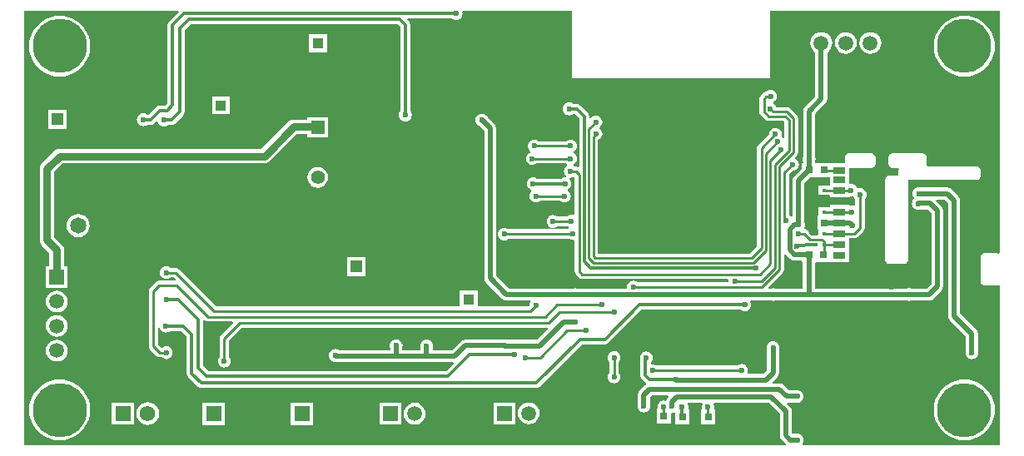
<source format=gbr>
%TF.GenerationSoftware,Altium Limited,Altium Designer,23.4.1 (23)*%
G04 Layer_Physical_Order=2*
G04 Layer_Color=16711680*
%FSLAX45Y45*%
%MOMM*%
%TF.SameCoordinates,D6ADF24A-3376-43E2-8D1E-8FFFCD63A60F*%
%TF.FilePolarity,Positive*%
%TF.FileFunction,Copper,L2,Bot,Signal*%
%TF.Part,Single*%
G01*
G75*
%TA.AperFunction,SMDPad,CuDef*%
%ADD25R,0.75000X0.80000*%
%ADD33R,0.80000X0.75000*%
%TA.AperFunction,Conductor*%
%ADD37C,0.25000*%
%ADD38C,0.25400*%
%ADD39C,0.30000*%
%ADD40C,0.50000*%
%TA.AperFunction,ComponentPad*%
%ADD46C,1.50800*%
%ADD47R,1.50800X1.50800*%
%ADD48R,1.20000X1.20000*%
%ADD49C,1.20000*%
%ADD50C,1.10000*%
%ADD51R,1.10000X1.10000*%
%ADD52C,0.60000*%
%ADD53R,1.65000X1.65000*%
%ADD54C,1.65000*%
%ADD55C,1.40000*%
%ADD56R,1.40000X1.40000*%
%ADD57R,1.57500X1.57500*%
%ADD58C,1.57500*%
%ADD59R,1.50800X1.50800*%
%TA.AperFunction,ViaPad*%
%ADD60C,5.50000*%
%ADD61C,0.60000*%
%TA.AperFunction,SMDPad,CuDef*%
%ADD62R,0.40000X0.30000*%
%ADD63R,2.80000X1.00000*%
%ADD64R,1.90000X1.30000*%
%ADD65R,1.20000X1.00000*%
%ADD66R,1.20000X0.70000*%
%ADD67R,0.80000X1.00000*%
%TA.AperFunction,Conductor*%
%ADD68C,0.80000*%
G36*
X9959216Y1998558D02*
X9946516Y1991483D01*
X9935949Y1993585D01*
X9800949D01*
X9787293Y1990869D01*
X9775715Y1983133D01*
X9767980Y1971556D01*
X9765263Y1957899D01*
Y1703099D01*
X9767980Y1689443D01*
X9775715Y1677866D01*
X9787293Y1670130D01*
X9800949Y1667414D01*
X9935949D01*
X9946516Y1669516D01*
X9959216Y1662441D01*
Y40783D01*
X7957104D01*
X7950841Y53483D01*
X7956777Y61219D01*
X7963326Y77031D01*
X7965560Y94000D01*
X7963326Y110968D01*
X7956777Y126780D01*
X7946358Y140358D01*
X7932780Y150777D01*
X7916968Y157326D01*
X7900000Y159560D01*
X7883031Y157326D01*
X7877837Y155175D01*
X7856340D01*
X7846175Y165340D01*
Y384001D01*
X7841519Y407411D01*
X7828258Y427258D01*
X7793391Y462124D01*
X7798652Y474824D01*
X7877838D01*
X7883031Y472673D01*
X7900000Y470439D01*
X7916968Y472673D01*
X7932780Y479223D01*
X7946358Y489641D01*
X7956777Y503219D01*
X7963327Y519031D01*
X7965561Y536000D01*
X7963327Y552968D01*
X7956777Y568780D01*
X7946358Y582358D01*
X7932780Y592777D01*
X7916968Y599326D01*
X7900000Y601560D01*
X7883031Y599326D01*
X7877838Y597175D01*
X7817340D01*
X7764257Y650258D01*
X7744411Y663519D01*
X7721000Y668175D01*
X7653284D01*
X7648424Y679909D01*
X7698257Y729742D01*
X7711519Y749589D01*
X7716175Y773000D01*
Y1012838D01*
X7718327Y1018031D01*
X7720561Y1035000D01*
X7718327Y1051968D01*
X7711777Y1067780D01*
X7701358Y1081358D01*
X7687780Y1091777D01*
X7671968Y1098327D01*
X7655000Y1100561D01*
X7638031Y1098327D01*
X7622220Y1091777D01*
X7608642Y1081358D01*
X7598223Y1067780D01*
X7591673Y1051968D01*
X7589439Y1035000D01*
X7591673Y1018031D01*
X7593825Y1012838D01*
Y798340D01*
X7560661Y765176D01*
X7403263D01*
X7394777Y777876D01*
X7397327Y784031D01*
X7399561Y801000D01*
X7397327Y817968D01*
X7390777Y833780D01*
X7380358Y847358D01*
X7366781Y857777D01*
X7350969Y864327D01*
X7334000Y866561D01*
X7317032Y864327D01*
X7301220Y857777D01*
X7290342Y849430D01*
X6469355D01*
X6459781Y856777D01*
X6443969Y863327D01*
X6427000Y865561D01*
X6419680Y864597D01*
X6414882Y868570D01*
X6412358Y882642D01*
X6422777Y896220D01*
X6429327Y912031D01*
X6431561Y929000D01*
X6429327Y945968D01*
X6422777Y961780D01*
X6412358Y975358D01*
X6398780Y985777D01*
X6382968Y992327D01*
X6366000Y994561D01*
X6349031Y992327D01*
X6333219Y985777D01*
X6319642Y975358D01*
X6309223Y961780D01*
X6302673Y945968D01*
X6300439Y929000D01*
X6302673Y912031D01*
X6305020Y906365D01*
Y749000D01*
X6308901Y729491D01*
X6319952Y712952D01*
X6361512Y671392D01*
X6363081Y661131D01*
Y657166D01*
X6352742Y650258D01*
X6297743Y595258D01*
X6284481Y575411D01*
X6279825Y552000D01*
Y461162D01*
X6277673Y455968D01*
X6275439Y439000D01*
X6277673Y422031D01*
X6284223Y406220D01*
X6294642Y392642D01*
X6308220Y382223D01*
X6324032Y375673D01*
X6341000Y373439D01*
X6357968Y375673D01*
X6373780Y382223D01*
X6387358Y392642D01*
X6397777Y406220D01*
X6404327Y422031D01*
X6406561Y439000D01*
X6404327Y455968D01*
X6402175Y461162D01*
Y526661D01*
X6421339Y545825D01*
X6586716D01*
X6591577Y534091D01*
X6583656Y526170D01*
X6570394Y506324D01*
X6568676Y497688D01*
X6559969Y493034D01*
X6543001Y495267D01*
X6526032Y493034D01*
X6510220Y486484D01*
X6496642Y476065D01*
X6486224Y462487D01*
X6479674Y446675D01*
X6477440Y429707D01*
X6478626Y420700D01*
X6470500Y408000D01*
X6470500D01*
Y258000D01*
X6615500D01*
Y363108D01*
X6625000Y371439D01*
X6641968Y373673D01*
X6646800Y375675D01*
X6659500Y367189D01*
Y254000D01*
X6804500D01*
Y404000D01*
X6801985D01*
X6793112Y416700D01*
X6794561Y427706D01*
X6792327Y444675D01*
X6786342Y459125D01*
X6790031Y469113D01*
X6791368Y471825D01*
X6932100D01*
X6937718Y460434D01*
X6936224Y458487D01*
X6929674Y442675D01*
X6927440Y425707D01*
X6928889Y414700D01*
X6921500Y402000D01*
X6921500D01*
Y252000D01*
X7066500D01*
Y402000D01*
X7065986D01*
X7057112Y414700D01*
X7058561Y425707D01*
X7056328Y442675D01*
X7049778Y458487D01*
X7048284Y460434D01*
X7053901Y471825D01*
X7610661D01*
X7723825Y358661D01*
Y140000D01*
X7728481Y116589D01*
X7741742Y96743D01*
X7785002Y53483D01*
X7781125Y40783D01*
X40784D01*
Y4459216D01*
X1604527D01*
X1609387Y4447483D01*
X1511534Y4349630D01*
X1500483Y4333091D01*
X1496603Y4313582D01*
Y3522699D01*
X1471884Y3497980D01*
X1420000D01*
X1400491Y3494099D01*
X1383952Y3483048D01*
X1302884Y3401980D01*
X1290336D01*
X1282781Y3407777D01*
X1266969Y3414327D01*
X1250000Y3416561D01*
X1233032Y3414327D01*
X1217220Y3407777D01*
X1203642Y3397358D01*
X1193223Y3383780D01*
X1186673Y3367969D01*
X1184439Y3351000D01*
X1186673Y3334032D01*
X1193223Y3318220D01*
X1203642Y3304642D01*
X1217220Y3294223D01*
X1233032Y3287673D01*
X1250000Y3285439D01*
X1266969Y3287673D01*
X1282781Y3294223D01*
X1290336Y3300021D01*
X1324000D01*
X1343509Y3303901D01*
X1360048Y3314952D01*
X1382080Y3336984D01*
X1395489Y3332433D01*
X1395673Y3331032D01*
X1402223Y3315220D01*
X1412642Y3301642D01*
X1426220Y3291223D01*
X1442032Y3284673D01*
X1459000Y3282439D01*
X1475969Y3284673D01*
X1491780Y3291223D01*
X1499336Y3297021D01*
X1537000D01*
X1556509Y3300901D01*
X1573048Y3311952D01*
X1657048Y3395952D01*
X1668099Y3412491D01*
X1671980Y3432000D01*
Y4262884D01*
X1735116Y4326021D01*
X3836883D01*
X3864020Y4298883D01*
Y3440336D01*
X3858223Y3432781D01*
X3851673Y3416969D01*
X3849439Y3400000D01*
X3851673Y3383032D01*
X3858223Y3367220D01*
X3868641Y3353642D01*
X3882220Y3343223D01*
X3898031Y3336673D01*
X3915000Y3334439D01*
X3931968Y3336673D01*
X3947780Y3343223D01*
X3961358Y3353642D01*
X3971777Y3367220D01*
X3978327Y3383032D01*
X3980560Y3400000D01*
X3978327Y3416969D01*
X3971777Y3432781D01*
X3965979Y3440336D01*
Y4320000D01*
X3962099Y4339509D01*
X3951048Y4356048D01*
X3935809Y4371287D01*
X3940669Y4383020D01*
X4390664D01*
X4398220Y4377223D01*
X4414031Y4370673D01*
X4431000Y4368439D01*
X4447968Y4370673D01*
X4463780Y4377223D01*
X4477358Y4387642D01*
X4487777Y4401220D01*
X4494327Y4417032D01*
X4496560Y4434000D01*
X4494913Y4446516D01*
X4503113Y4459216D01*
X5611000D01*
X5611000Y3770314D01*
X7621001Y3770315D01*
Y4459216D01*
X9959216D01*
Y1998558D01*
D02*
G37*
%LPC*%
G36*
X3118000Y4220000D02*
X2938000D01*
Y4040000D01*
X3118000D01*
Y4220000D01*
D02*
G37*
G36*
X8644000Y4243353D02*
X8615180Y4239558D01*
X8588324Y4228434D01*
X8565262Y4210738D01*
X8547566Y4187676D01*
X8536442Y4160820D01*
X8532648Y4132000D01*
X8536442Y4103180D01*
X8547566Y4076324D01*
X8565262Y4053262D01*
X8588324Y4035566D01*
X8615180Y4024442D01*
X8644000Y4020648D01*
X8672820Y4024442D01*
X8699677Y4035566D01*
X8722738Y4053262D01*
X8740434Y4076324D01*
X8751559Y4103180D01*
X8755353Y4132000D01*
X8751559Y4160820D01*
X8740434Y4187676D01*
X8722738Y4210738D01*
X8699677Y4228434D01*
X8672820Y4239558D01*
X8644000Y4243353D01*
D02*
G37*
G36*
X8394000D02*
X8365180Y4239558D01*
X8338323Y4228434D01*
X8315261Y4210738D01*
X8297566Y4187676D01*
X8286441Y4160820D01*
X8282647Y4132000D01*
X8286441Y4103180D01*
X8297566Y4076324D01*
X8315261Y4053262D01*
X8338323Y4035566D01*
X8365180Y4024442D01*
X8394000Y4020648D01*
X8422820Y4024442D01*
X8449676Y4035566D01*
X8472738Y4053262D01*
X8490434Y4076324D01*
X8501558Y4103180D01*
X8505352Y4132000D01*
X8501558Y4160820D01*
X8490434Y4187676D01*
X8472738Y4210738D01*
X8449676Y4228434D01*
X8422820Y4239558D01*
X8394000Y4243353D01*
D02*
G37*
G36*
X9600000Y4410958D02*
X9551355Y4407130D01*
X9503908Y4395739D01*
X9458828Y4377066D01*
X9417223Y4351571D01*
X9380119Y4319881D01*
X9348429Y4282777D01*
X9322934Y4241172D01*
X9304261Y4196091D01*
X9292870Y4148644D01*
X9289041Y4100000D01*
X9292870Y4051355D01*
X9304261Y4003908D01*
X9322934Y3958828D01*
X9348429Y3917223D01*
X9380119Y3880119D01*
X9417223Y3848429D01*
X9458828Y3822934D01*
X9503908Y3804261D01*
X9551355Y3792870D01*
X9600000Y3789041D01*
X9648644Y3792870D01*
X9696091Y3804261D01*
X9741172Y3822934D01*
X9782777Y3848429D01*
X9819881Y3880119D01*
X9851571Y3917223D01*
X9877066Y3958828D01*
X9895739Y4003908D01*
X9907130Y4051355D01*
X9910958Y4100000D01*
X9907130Y4148644D01*
X9895739Y4196091D01*
X9877066Y4241172D01*
X9851571Y4282777D01*
X9819881Y4319881D01*
X9782777Y4351571D01*
X9741172Y4377066D01*
X9696091Y4395739D01*
X9648644Y4407130D01*
X9600000Y4410958D01*
D02*
G37*
G36*
X400000D02*
X351355Y4407130D01*
X303908Y4395739D01*
X258828Y4377066D01*
X217223Y4351571D01*
X180119Y4319881D01*
X148429Y4282777D01*
X122934Y4241172D01*
X104261Y4196091D01*
X92870Y4148644D01*
X89041Y4100000D01*
X92870Y4051355D01*
X104261Y4003908D01*
X122934Y3958828D01*
X148429Y3917223D01*
X180119Y3880119D01*
X217223Y3848429D01*
X258828Y3822934D01*
X303908Y3804261D01*
X351355Y3792870D01*
X400000Y3789041D01*
X448645Y3792870D01*
X496091Y3804261D01*
X541172Y3822934D01*
X582777Y3848429D01*
X619881Y3880119D01*
X651571Y3917223D01*
X677066Y3958828D01*
X695739Y4003908D01*
X707130Y4051355D01*
X710958Y4100000D01*
X707130Y4148644D01*
X695739Y4196091D01*
X677066Y4241172D01*
X651571Y4282777D01*
X619881Y4319881D01*
X582777Y4351571D01*
X541172Y4377066D01*
X496091Y4395739D01*
X448645Y4407130D01*
X400000Y4410958D01*
D02*
G37*
G36*
X2129000Y3587000D02*
X1949000D01*
Y3407000D01*
X2129000D01*
Y3587000D01*
D02*
G37*
G36*
X3129000Y3379000D02*
X2919000D01*
Y3354647D01*
X2779002D01*
X2779000Y3354647D01*
X2759421Y3352069D01*
X2741176Y3344512D01*
X2725509Y3332491D01*
X2725509Y3332490D01*
X2450666Y3057647D01*
X399002D01*
X399000Y3057647D01*
X379421Y3055069D01*
X361177Y3047512D01*
X345509Y3035490D01*
X345509Y3035489D01*
X217509Y2907491D01*
X205488Y2891824D01*
X197931Y2873579D01*
X195353Y2854000D01*
Y2129000D01*
X197931Y2109421D01*
X205488Y2091176D01*
X217509Y2075509D01*
X294353Y1998666D01*
Y1863400D01*
X259600D01*
Y1642600D01*
X480400D01*
Y1863400D01*
X445647D01*
Y2030000D01*
X443069Y2049579D01*
X435512Y2067824D01*
X423490Y2083491D01*
X346647Y2160334D01*
Y2822666D01*
X430334Y2906353D01*
X2482000D01*
X2501579Y2908930D01*
X2519824Y2916488D01*
X2535490Y2928509D01*
X2810334Y3203353D01*
X2919000D01*
Y3169000D01*
X3129000D01*
Y3379000D01*
D02*
G37*
G36*
X472000Y3451000D02*
X282000D01*
Y3261001D01*
X472000D01*
Y3451000D01*
D02*
G37*
G36*
X3024000Y2871906D02*
X2996590Y2868297D01*
X2971047Y2857717D01*
X2949113Y2840887D01*
X2932283Y2818953D01*
X2921703Y2793410D01*
X2918094Y2766000D01*
X2921703Y2738590D01*
X2932283Y2713047D01*
X2949113Y2691113D01*
X2971047Y2674283D01*
X2996590Y2663703D01*
X3024000Y2660094D01*
X3051410Y2663703D01*
X3076953Y2674283D01*
X3098887Y2691113D01*
X3115717Y2713047D01*
X3126297Y2738590D01*
X3129906Y2766000D01*
X3126297Y2793410D01*
X3115717Y2818953D01*
X3098887Y2840887D01*
X3076953Y2857717D01*
X3051410Y2868297D01*
X3024000Y2871906D01*
D02*
G37*
G36*
X8144000Y4243353D02*
X8115180Y4239558D01*
X8088324Y4228434D01*
X8065262Y4210738D01*
X8047566Y4187676D01*
X8036442Y4160820D01*
X8032647Y4132000D01*
X8036442Y4103180D01*
X8047566Y4076324D01*
X8065262Y4053262D01*
X8082825Y4039786D01*
Y3585340D01*
X8000414Y3502928D01*
X7995220Y3500777D01*
X7981642Y3490358D01*
X7971223Y3476780D01*
X7964673Y3460968D01*
X7962439Y3444000D01*
X7962486Y3443646D01*
X7960825Y3435294D01*
Y2973162D01*
X7958673Y2967968D01*
X7956439Y2951000D01*
X7958673Y2934031D01*
X7959825Y2931252D01*
Y2911500D01*
X7946000D01*
Y2853016D01*
X7869786Y2776801D01*
X7856525Y2756955D01*
X7851868Y2733544D01*
Y2368527D01*
X7839168Y2364216D01*
X7833687Y2371358D01*
X7820110Y2381777D01*
X7819634Y2381974D01*
Y2793855D01*
X7856707Y2830927D01*
X7869969Y2832673D01*
X7885780Y2839223D01*
X7899358Y2849642D01*
X7909777Y2863220D01*
X7916327Y2879032D01*
X7918561Y2896000D01*
X7916327Y2912969D01*
X7909777Y2928781D01*
X7899358Y2942358D01*
X7885780Y2952777D01*
X7881203Y2954673D01*
X7878223Y2969654D01*
X7895246Y2986677D01*
X7905744Y3002389D01*
X7909430Y3020922D01*
Y3367000D01*
X7905744Y3385534D01*
X7895246Y3401246D01*
X7830625Y3465867D01*
X7814913Y3476365D01*
X7796379Y3480051D01*
X7687022D01*
X7680586Y3495589D01*
X7670167Y3509167D01*
X7658597Y3518046D01*
X7658071Y3526087D01*
X7659452Y3532147D01*
X7661589Y3533032D01*
X7675167Y3543451D01*
X7685586Y3557029D01*
X7692136Y3572840D01*
X7694370Y3589809D01*
X7692136Y3606777D01*
X7685586Y3622589D01*
X7675167Y3636167D01*
X7661589Y3646586D01*
X7645777Y3653136D01*
X7628809Y3655370D01*
X7611841Y3653136D01*
X7596029Y3646586D01*
X7582451Y3636167D01*
X7581745Y3635247D01*
X7567046Y3632323D01*
X7551334Y3621825D01*
X7527064Y3597555D01*
X7516566Y3581843D01*
X7512880Y3563310D01*
Y3436921D01*
X7516566Y3418387D01*
X7527064Y3402675D01*
X7577364Y3352376D01*
X7593076Y3341877D01*
X7611610Y3338191D01*
X7757318D01*
X7767570Y3327940D01*
Y3167881D01*
X7754870Y3163570D01*
X7747358Y3173358D01*
X7737725Y3180751D01*
X7740327Y3187031D01*
X7742561Y3204000D01*
X7740327Y3220968D01*
X7733777Y3236780D01*
X7723358Y3250358D01*
X7709780Y3260777D01*
X7693968Y3267327D01*
X7677000Y3269561D01*
X7660031Y3267327D01*
X7644220Y3260777D01*
X7630642Y3250358D01*
X7620223Y3236780D01*
X7613673Y3220968D01*
X7611883Y3207374D01*
X7501954Y3097445D01*
X7491456Y3081733D01*
X7487769Y3063200D01*
Y2064261D01*
X7414539Y1991031D01*
X5874330D01*
Y3147480D01*
X5885780Y3152223D01*
X5899358Y3162642D01*
X5909777Y3176220D01*
X5916327Y3192031D01*
X5918561Y3209000D01*
X5916327Y3225968D01*
X5909777Y3241780D01*
X5899358Y3255358D01*
X5891522Y3261371D01*
X5891287Y3261815D01*
Y3276185D01*
X5891522Y3276629D01*
X5899358Y3282642D01*
X5909777Y3296219D01*
X5916327Y3312031D01*
X5918561Y3329000D01*
X5916327Y3345968D01*
X5909777Y3361780D01*
X5899358Y3375358D01*
X5885780Y3385777D01*
X5869968Y3392327D01*
X5853000Y3394561D01*
X5836032Y3392327D01*
X5820220Y3385777D01*
X5806642Y3375358D01*
X5796680Y3362376D01*
X5795383Y3362278D01*
X5783980Y3367147D01*
Y3387807D01*
X5780099Y3407316D01*
X5769048Y3423855D01*
X5694474Y3498428D01*
X5677935Y3509479D01*
X5658426Y3513360D01*
X5621336D01*
X5613780Y3519158D01*
X5597968Y3525707D01*
X5581000Y3527941D01*
X5564032Y3525707D01*
X5548220Y3519158D01*
X5534642Y3508739D01*
X5524223Y3495161D01*
X5517673Y3479349D01*
X5515439Y3462380D01*
X5517673Y3445412D01*
X5524223Y3429600D01*
X5534642Y3416022D01*
X5548220Y3405603D01*
X5564032Y3399054D01*
X5581000Y3396820D01*
X5597968Y3399054D01*
X5613780Y3405603D01*
X5621336Y3411401D01*
X5637310D01*
X5682020Y3366690D01*
Y2875776D01*
X5670820Y2869789D01*
X5667612Y2871932D01*
X5649000Y2875635D01*
X5648999Y2875634D01*
X5636392D01*
X5625780Y2883777D01*
X5623729Y2884627D01*
Y2898373D01*
X5625780Y2899223D01*
X5639358Y2909642D01*
X5649777Y2923219D01*
X5656327Y2939031D01*
X5658561Y2956000D01*
X5656327Y2972968D01*
X5649777Y2988780D01*
X5639358Y3002358D01*
X5625780Y3012777D01*
X5625229Y3013005D01*
Y3026752D01*
X5628780Y3028223D01*
X5642358Y3038642D01*
X5652777Y3052219D01*
X5659327Y3068031D01*
X5661561Y3085000D01*
X5659327Y3101968D01*
X5652777Y3117780D01*
X5642358Y3131358D01*
X5628780Y3141777D01*
X5612968Y3148327D01*
X5596000Y3150561D01*
X5579032Y3148327D01*
X5563220Y3141777D01*
X5552608Y3133634D01*
X5270392D01*
X5259780Y3141777D01*
X5243968Y3148327D01*
X5227000Y3150561D01*
X5210031Y3148327D01*
X5194219Y3141777D01*
X5180642Y3131358D01*
X5170223Y3117780D01*
X5163673Y3101968D01*
X5161439Y3085000D01*
X5163673Y3068031D01*
X5170223Y3052219D01*
X5180642Y3038642D01*
X5189253Y3032034D01*
X5189531Y3027487D01*
X5186911Y3018034D01*
X5174220Y3012777D01*
X5160642Y3002358D01*
X5150223Y2988780D01*
X5143673Y2972968D01*
X5141439Y2956000D01*
X5143673Y2939031D01*
X5150223Y2923219D01*
X5160642Y2909642D01*
X5174220Y2899223D01*
X5190032Y2892673D01*
X5207000Y2890439D01*
X5223968Y2892673D01*
X5239780Y2899223D01*
X5250392Y2907366D01*
X5549608D01*
X5560220Y2899223D01*
X5562271Y2898373D01*
Y2884627D01*
X5560220Y2883777D01*
X5546642Y2873358D01*
X5536223Y2859780D01*
X5529673Y2843968D01*
X5527439Y2827000D01*
X5529673Y2810031D01*
X5536223Y2794219D01*
X5546642Y2780642D01*
X5550692Y2777533D01*
X5545661Y2765386D01*
X5538191Y2766370D01*
X5521223Y2764136D01*
X5505411Y2757586D01*
X5497855Y2751789D01*
X5255336D01*
X5247780Y2757586D01*
X5231968Y2764136D01*
X5215000Y2766370D01*
X5198032Y2764136D01*
X5182220Y2757586D01*
X5168642Y2747167D01*
X5158223Y2733589D01*
X5151673Y2717777D01*
X5149439Y2700809D01*
X5151673Y2683840D01*
X5158223Y2668029D01*
X5168642Y2654451D01*
X5182220Y2644032D01*
X5196902Y2637950D01*
X5198631Y2633698D01*
X5200105Y2624399D01*
X5196142Y2621358D01*
X5185723Y2607780D01*
X5179173Y2591968D01*
X5176939Y2575000D01*
X5179173Y2558031D01*
X5185723Y2542219D01*
X5196142Y2528642D01*
X5209720Y2518223D01*
X5225532Y2511673D01*
X5242500Y2509439D01*
X5259469Y2511673D01*
X5275281Y2518223D01*
X5284855Y2525569D01*
X5488342D01*
X5499220Y2517223D01*
X5515032Y2510673D01*
X5532000Y2508439D01*
X5548969Y2510673D01*
X5564781Y2517223D01*
X5578358Y2527642D01*
X5588777Y2541220D01*
X5595327Y2557031D01*
X5597561Y2574000D01*
X5595327Y2590968D01*
X5588777Y2606780D01*
X5578358Y2620358D01*
X5567367Y2628792D01*
X5567051Y2638297D01*
X5568470Y2642995D01*
X5570972Y2644032D01*
X5584549Y2654451D01*
X5594968Y2668029D01*
X5601518Y2683840D01*
X5603752Y2700809D01*
X5601518Y2717777D01*
X5594968Y2733589D01*
X5584549Y2747167D01*
X5580499Y2750275D01*
X5585531Y2762423D01*
X5593000Y2761439D01*
X5609968Y2763673D01*
X5622665Y2768933D01*
X5631730Y2764851D01*
X5635366Y2761570D01*
Y2389016D01*
X5624806Y2381960D01*
X5621968Y2383136D01*
X5605000Y2385370D01*
X5588031Y2383136D01*
X5572220Y2376586D01*
X5558642Y2366167D01*
X5558076Y2365430D01*
X5461158D01*
X5450280Y2373777D01*
X5434468Y2380327D01*
X5417500Y2382561D01*
X5400531Y2380327D01*
X5384719Y2373777D01*
X5371142Y2363358D01*
X5360723Y2349780D01*
X5354173Y2333968D01*
X5351939Y2317000D01*
X5354173Y2300031D01*
X5360723Y2284219D01*
X5371142Y2270642D01*
X5384719Y2260223D01*
X5400531Y2253673D01*
X5417500Y2251439D01*
X5434468Y2253673D01*
X5450280Y2260223D01*
X5461158Y2268570D01*
X5565003D01*
X5572220Y2263032D01*
X5578344Y2260495D01*
X5578806Y2259609D01*
X5579634Y2246214D01*
X5570451Y2239167D01*
X5569969Y2238539D01*
X4959607D01*
X4952780Y2243777D01*
X4936969Y2250327D01*
X4920000Y2252561D01*
X4903032Y2250327D01*
X4887220Y2243777D01*
X4873642Y2233358D01*
X4863223Y2219780D01*
X4856673Y2203968D01*
X4854439Y2187000D01*
X4856673Y2170031D01*
X4863223Y2154220D01*
X4873642Y2140642D01*
X4887220Y2130223D01*
X4903032Y2123673D01*
X4920000Y2121439D01*
X4936969Y2123673D01*
X4952780Y2130223D01*
X4966358Y2140642D01*
X4966840Y2141270D01*
X5577202D01*
X5584029Y2136032D01*
X5599840Y2129482D01*
X5616809Y2127248D01*
X5622665Y2128019D01*
X5635366Y2116881D01*
Y1809001D01*
X5635365Y1809000D01*
X5639068Y1790388D01*
X5649610Y1774610D01*
X5678911Y1745309D01*
X5678912Y1745309D01*
X5694690Y1734766D01*
X5713302Y1731064D01*
X5713303Y1731064D01*
X7193912D01*
X7204409Y1718364D01*
X7203439Y1711000D01*
X7204034Y1706479D01*
X7195661Y1696930D01*
X6278298D01*
X6266769Y1705777D01*
X6250957Y1712327D01*
X6233989Y1714561D01*
X6217020Y1712327D01*
X6201209Y1705777D01*
X6187630Y1695358D01*
X6177212Y1681780D01*
X6170662Y1665968D01*
X6168428Y1649000D01*
X6169202Y1643121D01*
X6160828Y1633572D01*
X5663204D01*
X5658968Y1635327D01*
X5642000Y1637561D01*
X5625031Y1635327D01*
X5619838Y1633175D01*
X4969340D01*
X4839175Y1763340D01*
Y3264000D01*
X4834519Y3287411D01*
X4821257Y3307257D01*
X4752928Y3375586D01*
X4750777Y3380780D01*
X4740358Y3394358D01*
X4726780Y3404777D01*
X4710968Y3411327D01*
X4694000Y3413561D01*
X4677031Y3411327D01*
X4661219Y3404777D01*
X4647641Y3394358D01*
X4637223Y3380780D01*
X4630673Y3364968D01*
X4628439Y3348000D01*
X4630673Y3331031D01*
X4637223Y3315220D01*
X4647641Y3301642D01*
X4661219Y3291223D01*
X4666414Y3289071D01*
X4716824Y3238660D01*
Y1738000D01*
X4721481Y1714589D01*
X4734742Y1694743D01*
X4900743Y1528742D01*
X4920589Y1515481D01*
X4944000Y1510825D01*
X5183561D01*
X5189824Y1498125D01*
X5185723Y1492780D01*
X5179173Y1476968D01*
X5177308Y1462799D01*
X5167939Y1453430D01*
X4649999D01*
Y1613000D01*
X4470000D01*
Y1453430D01*
X1992061D01*
X1615245Y1830246D01*
X1599533Y1840744D01*
X1581000Y1844431D01*
X1527658D01*
X1516780Y1852777D01*
X1500968Y1859327D01*
X1484000Y1861561D01*
X1467031Y1859327D01*
X1451220Y1852777D01*
X1437642Y1842359D01*
X1427223Y1828781D01*
X1420673Y1812969D01*
X1418439Y1796000D01*
X1420673Y1779032D01*
X1427223Y1763220D01*
X1437642Y1749642D01*
X1451220Y1739223D01*
X1467031Y1732673D01*
X1484000Y1730440D01*
X1500968Y1732673D01*
X1516780Y1739223D01*
X1527658Y1747570D01*
X1560939D01*
X1580378Y1728130D01*
X1575118Y1715430D01*
X1411799D01*
X1393265Y1711744D01*
X1377553Y1701246D01*
X1319755Y1643447D01*
X1309256Y1627735D01*
X1305570Y1609201D01*
Y1047315D01*
X1309256Y1028781D01*
X1319755Y1013069D01*
X1385069Y947755D01*
X1385069Y947755D01*
X1400781Y937256D01*
X1419315Y933569D01*
X1419316Y933570D01*
X1440342D01*
X1451220Y925223D01*
X1467032Y918673D01*
X1484000Y916439D01*
X1500969Y918673D01*
X1516781Y925223D01*
X1530358Y935642D01*
X1540777Y949220D01*
X1547327Y965032D01*
X1549561Y982000D01*
X1547327Y998969D01*
X1540777Y1014780D01*
X1530358Y1028358D01*
X1516781Y1038777D01*
X1500969Y1045327D01*
X1484000Y1047561D01*
X1467032Y1045327D01*
X1451220Y1038777D01*
X1440342Y1030431D01*
X1439375D01*
X1402431Y1067375D01*
Y1231771D01*
X1414674Y1234032D01*
X1421223Y1218220D01*
X1431642Y1204642D01*
X1445220Y1194223D01*
X1461032Y1187674D01*
X1478000Y1185440D01*
X1494969Y1187674D01*
X1510781Y1194223D01*
X1518336Y1200021D01*
X1636883D01*
X1690020Y1146883D01*
Y772000D01*
X1693901Y752491D01*
X1704952Y735952D01*
X1804952Y635952D01*
X1821491Y624901D01*
X1841000Y621020D01*
X5245000D01*
X5264509Y624901D01*
X5281048Y635952D01*
X5711117Y1066020D01*
X5944000D01*
X5963509Y1069901D01*
X5980048Y1080952D01*
X6316117Y1417021D01*
X7326664D01*
X7334220Y1411223D01*
X7350032Y1404673D01*
X7367000Y1402439D01*
X7383968Y1404673D01*
X7399780Y1411223D01*
X7413358Y1421642D01*
X7423777Y1435220D01*
X7430327Y1451032D01*
X7432561Y1468000D01*
X7430327Y1484969D01*
X7424713Y1498522D01*
X7429930Y1511222D01*
X7635296D01*
X7639532Y1509467D01*
X7656500Y1507233D01*
X7673469Y1509467D01*
X7676745Y1510825D01*
X9022250D01*
X9025031Y1509673D01*
X9041999Y1507439D01*
X9058968Y1509673D01*
X9061749Y1510825D01*
X9241500D01*
X9264911Y1515481D01*
X9284757Y1528742D01*
X9367757Y1611742D01*
X9381019Y1631589D01*
X9385675Y1655000D01*
Y2430500D01*
X9381019Y2453911D01*
X9367757Y2473758D01*
X9313424Y2528091D01*
X9318284Y2539824D01*
X9400661D01*
X9433825Y2506660D01*
Y1355000D01*
X9438481Y1331589D01*
X9451743Y1311743D01*
X9616125Y1147360D01*
Y1003662D01*
X9613973Y998469D01*
X9611739Y981500D01*
X9613973Y964532D01*
X9620523Y948720D01*
X9630942Y935142D01*
X9644520Y924723D01*
X9660332Y918173D01*
X9677300Y915939D01*
X9694269Y918173D01*
X9710080Y924723D01*
X9723658Y935142D01*
X9734077Y948720D01*
X9740627Y964532D01*
X9742861Y981500D01*
X9740627Y998469D01*
X9738476Y1003662D01*
Y1172700D01*
X9733819Y1196111D01*
X9720558Y1215957D01*
X9556175Y1380340D01*
Y2532000D01*
X9551519Y2555411D01*
X9538258Y2575258D01*
X9469258Y2644257D01*
X9449411Y2657519D01*
X9426000Y2662175D01*
X9158162D01*
X9152968Y2664327D01*
X9136000Y2666561D01*
X9119032Y2664327D01*
X9103220Y2657777D01*
X9089642Y2647358D01*
X9079223Y2633780D01*
X9072673Y2617968D01*
X9070439Y2601000D01*
X9072673Y2584031D01*
X9079223Y2568219D01*
X9089642Y2554642D01*
X9083759Y2543147D01*
X9075424Y2532284D01*
X9068874Y2516472D01*
X9066640Y2499504D01*
X9068874Y2482536D01*
X9075424Y2466724D01*
X9085843Y2453146D01*
X9099421Y2442727D01*
X9115233Y2436177D01*
X9132201Y2433943D01*
X9149170Y2436177D01*
X9157975Y2439825D01*
X9228660D01*
X9263324Y2405161D01*
Y1680340D01*
X9216160Y1633175D01*
X9066574D01*
X9058968Y1636326D01*
X9041999Y1638560D01*
X9025031Y1636326D01*
X9017424Y1633175D01*
X8081175D01*
Y1894520D01*
X8090156Y1903500D01*
X8094999D01*
Y1903500D01*
X8095001D01*
Y1903500D01*
X8235999D01*
Y1903050D01*
X8425999D01*
Y2013049D01*
Y2144415D01*
X8482048D01*
X8482049Y2144414D01*
X8500660Y2148117D01*
X8516439Y2158659D01*
X8574389Y2216610D01*
X8574390Y2216610D01*
X8584932Y2232388D01*
X8588634Y2251000D01*
Y2548911D01*
X8595777Y2558219D01*
X8602327Y2574031D01*
X8604561Y2591000D01*
X8602327Y2607968D01*
X8595777Y2623780D01*
X8585358Y2637358D01*
X8571780Y2647777D01*
X8555968Y2654327D01*
X8539000Y2656561D01*
X8522031Y2654327D01*
X8512256Y2650277D01*
X8509327Y2651969D01*
X8502777Y2667780D01*
X8492358Y2681358D01*
X8478780Y2691777D01*
X8462969Y2698327D01*
X8446000Y2700561D01*
X8438699Y2699600D01*
X8425999Y2710124D01*
Y2768049D01*
Y2862364D01*
X8661199D01*
X8674855Y2865080D01*
X8686433Y2872816D01*
X8694168Y2884393D01*
X8696885Y2898049D01*
Y2973199D01*
X8694168Y2986856D01*
X8686433Y2998433D01*
X8674855Y3006168D01*
X8661199Y3008885D01*
X8419899D01*
X8406243Y3006168D01*
X8394665Y2998433D01*
X8386930Y2986856D01*
X8384213Y2973199D01*
Y2908049D01*
X8246000D01*
Y2911500D01*
X8108700D01*
X8096001Y2911500D01*
Y2911501D01*
X8095999D01*
Y2911500D01*
X8082175D01*
Y2926424D01*
X8085327Y2934031D01*
X8087561Y2951000D01*
X8085327Y2967968D01*
X8083175Y2973162D01*
Y3409132D01*
X8084777Y3411219D01*
X8086929Y3416414D01*
X8187257Y3516742D01*
X8200519Y3536589D01*
X8205175Y3560000D01*
Y4039786D01*
X8222738Y4053262D01*
X8240434Y4076324D01*
X8251558Y4103180D01*
X8255353Y4132000D01*
X8251558Y4160820D01*
X8240434Y4187676D01*
X8222738Y4210738D01*
X8199676Y4228434D01*
X8172820Y4239558D01*
X8144000Y4243353D01*
D02*
G37*
G36*
X588000Y2392514D02*
X557326Y2388476D01*
X528743Y2376636D01*
X504198Y2357802D01*
X485364Y2333257D01*
X473524Y2304674D01*
X469486Y2274000D01*
X473524Y2243326D01*
X485364Y2214743D01*
X504198Y2190198D01*
X528743Y2171364D01*
X557326Y2159525D01*
X588000Y2155486D01*
X618673Y2159525D01*
X647257Y2171364D01*
X671802Y2190198D01*
X690636Y2214743D01*
X702475Y2243326D01*
X706514Y2274000D01*
X702475Y2304674D01*
X690636Y2333257D01*
X671802Y2357802D01*
X647257Y2376636D01*
X618673Y2388476D01*
X588000Y2392514D01*
D02*
G37*
G36*
X9181000Y3008885D02*
X8864399D01*
X8850743Y3006168D01*
X8839165Y2998433D01*
X8831430Y2986856D01*
X8828713Y2973199D01*
Y2898049D01*
X8831430Y2884393D01*
X8839165Y2872816D01*
X8850743Y2865080D01*
X8864399Y2862364D01*
X8923651D01*
X8932628Y2849663D01*
X8931332Y2843149D01*
Y2783435D01*
X8830999D01*
X8817343Y2780719D01*
X8805765Y2772983D01*
X8798030Y2761406D01*
X8795313Y2747749D01*
Y1923049D01*
X8798030Y1909393D01*
X8805765Y1897816D01*
X8817343Y1890080D01*
X8830999Y1887364D01*
X8990999D01*
X9004655Y1890080D01*
X9016233Y1897816D01*
X9023968Y1909393D01*
X9026685Y1923049D01*
Y2737464D01*
X9726980D01*
X9740636Y2740180D01*
X9752214Y2747916D01*
X9759949Y2759493D01*
X9762666Y2773149D01*
Y2843149D01*
X9759949Y2856806D01*
X9752214Y2868383D01*
X9740636Y2876118D01*
X9726980Y2878835D01*
X9224367D01*
X9215390Y2891535D01*
X9216686Y2898049D01*
Y2973199D01*
X9213969Y2986856D01*
X9206234Y2998433D01*
X9194656Y3006168D01*
X9181000Y3008885D01*
D02*
G37*
G36*
X3512000Y1952000D02*
X3322000D01*
Y1762000D01*
X3512000D01*
Y1952000D01*
D02*
G37*
G36*
X370000Y1614353D02*
X341180Y1610558D01*
X314323Y1599434D01*
X291262Y1581738D01*
X273566Y1558676D01*
X262441Y1531820D01*
X258647Y1503000D01*
X262441Y1474180D01*
X273566Y1447324D01*
X291262Y1424262D01*
X314323Y1406566D01*
X341180Y1395442D01*
X370000Y1391647D01*
X398820Y1395442D01*
X425676Y1406566D01*
X448738Y1424262D01*
X466434Y1447324D01*
X477558Y1474180D01*
X481352Y1503000D01*
X477558Y1531820D01*
X466434Y1558676D01*
X448738Y1581738D01*
X425676Y1599434D01*
X398820Y1610558D01*
X370000Y1614353D01*
D02*
G37*
G36*
Y1364353D02*
X341180Y1360558D01*
X314323Y1349434D01*
X291262Y1331738D01*
X273566Y1308676D01*
X262441Y1281820D01*
X258647Y1253000D01*
X262441Y1224180D01*
X273566Y1197324D01*
X291262Y1174262D01*
X314323Y1156566D01*
X341180Y1145442D01*
X370000Y1141647D01*
X398820Y1145442D01*
X425676Y1156566D01*
X448738Y1174262D01*
X466434Y1197324D01*
X477558Y1224180D01*
X481352Y1253000D01*
X477558Y1281820D01*
X466434Y1308676D01*
X448738Y1331738D01*
X425676Y1349434D01*
X398820Y1360558D01*
X370000Y1364353D01*
D02*
G37*
G36*
Y1114353D02*
X341180Y1110558D01*
X314323Y1099434D01*
X291262Y1081738D01*
X273566Y1058676D01*
X262441Y1031820D01*
X258647Y1003000D01*
X262441Y974180D01*
X273566Y947324D01*
X291262Y924262D01*
X314323Y906566D01*
X341180Y895442D01*
X370000Y891647D01*
X398820Y895442D01*
X425676Y906566D01*
X448738Y924262D01*
X466434Y947324D01*
X477558Y974180D01*
X481352Y1003000D01*
X477558Y1031820D01*
X466434Y1058676D01*
X448738Y1081738D01*
X425676Y1099434D01*
X398820Y1110558D01*
X370000Y1114353D01*
D02*
G37*
G36*
X6039000Y995561D02*
X6022032Y993327D01*
X6006220Y986777D01*
X5992642Y976358D01*
X5982223Y962780D01*
X5975673Y946968D01*
X5973439Y930000D01*
X5975673Y913031D01*
X5982223Y897219D01*
X5990570Y886342D01*
Y779658D01*
X5982223Y768780D01*
X5975673Y752969D01*
X5973439Y736000D01*
X5975673Y719032D01*
X5982223Y703220D01*
X5992642Y689642D01*
X6006220Y679223D01*
X6022032Y672673D01*
X6039000Y670439D01*
X6055969Y672673D01*
X6071780Y679223D01*
X6085358Y689642D01*
X6095777Y703220D01*
X6102327Y719032D01*
X6104561Y736000D01*
X6102327Y752969D01*
X6095777Y768780D01*
X6087431Y779658D01*
Y886342D01*
X6095777Y897219D01*
X6102327Y913031D01*
X6104561Y930000D01*
X6102327Y946968D01*
X6095777Y962780D01*
X6085358Y976358D01*
X6071780Y986777D01*
X6055969Y993327D01*
X6039000Y995561D01*
D02*
G37*
G36*
X5030400Y474400D02*
X4809600D01*
Y253600D01*
X5030400D01*
Y474400D01*
D02*
G37*
G36*
X5170000Y475353D02*
X5141180Y471558D01*
X5114324Y460434D01*
X5091262Y442738D01*
X5073566Y419676D01*
X5062442Y392820D01*
X5058647Y364000D01*
X5062442Y335180D01*
X5073566Y308324D01*
X5091262Y285262D01*
X5114324Y267566D01*
X5141180Y256442D01*
X5170000Y252647D01*
X5198820Y256442D01*
X5225676Y267566D01*
X5248738Y285262D01*
X5266434Y308324D01*
X5277558Y335180D01*
X5281353Y364000D01*
X5277558Y392820D01*
X5266434Y419676D01*
X5248738Y442738D01*
X5225676Y460434D01*
X5198820Y471558D01*
X5170000Y475353D01*
D02*
G37*
G36*
X3870400Y471400D02*
X3649600D01*
Y250600D01*
X3870400D01*
Y471400D01*
D02*
G37*
G36*
X4010000Y472353D02*
X3981180Y468558D01*
X3954324Y457434D01*
X3931262Y439738D01*
X3913566Y416676D01*
X3902442Y389820D01*
X3898648Y361000D01*
X3902442Y332180D01*
X3913566Y305324D01*
X3931262Y282262D01*
X3954324Y264566D01*
X3981180Y253442D01*
X4010000Y249647D01*
X4038820Y253442D01*
X4065676Y264566D01*
X4088738Y282262D01*
X4106434Y305324D01*
X4117558Y332180D01*
X4121353Y361000D01*
X4117558Y389820D01*
X4106434Y416676D01*
X4088738Y439738D01*
X4065676Y457434D01*
X4038820Y468558D01*
X4010000Y472353D01*
D02*
G37*
G36*
X1158750Y475750D02*
X931250D01*
Y248250D01*
X1158750D01*
Y475750D01*
D02*
G37*
G36*
X1295000Y476731D02*
X1265306Y472822D01*
X1237635Y461360D01*
X1213873Y443127D01*
X1195640Y419366D01*
X1184178Y391695D01*
X1180269Y362000D01*
X1184178Y332305D01*
X1195640Y304634D01*
X1213873Y280873D01*
X1237635Y262640D01*
X1265306Y251178D01*
X1295000Y247269D01*
X1324695Y251178D01*
X1352366Y262640D01*
X1376128Y280873D01*
X1394361Y304634D01*
X1405822Y332305D01*
X1409732Y362000D01*
X1405822Y391695D01*
X1394361Y419366D01*
X1376128Y443127D01*
X1352366Y461360D01*
X1324695Y472822D01*
X1295000Y476731D01*
D02*
G37*
G36*
X2975750Y474750D02*
X2748250D01*
Y247250D01*
X2975750D01*
Y474750D01*
D02*
G37*
G36*
X2081749D02*
X1854250D01*
Y247250D01*
X2081749D01*
Y474750D01*
D02*
G37*
G36*
X9600000Y710958D02*
X9551355Y707130D01*
X9503908Y695739D01*
X9458828Y677066D01*
X9417223Y651571D01*
X9380119Y619881D01*
X9348429Y582777D01*
X9322934Y541172D01*
X9304261Y496091D01*
X9292870Y448645D01*
X9289041Y400000D01*
X9292870Y351355D01*
X9304261Y303908D01*
X9322934Y258828D01*
X9348429Y217223D01*
X9380119Y180119D01*
X9417223Y148429D01*
X9458828Y122934D01*
X9503908Y104261D01*
X9551355Y92870D01*
X9600000Y89041D01*
X9648644Y92870D01*
X9696091Y104261D01*
X9741172Y122934D01*
X9782777Y148429D01*
X9819881Y180119D01*
X9851571Y217223D01*
X9877066Y258828D01*
X9895739Y303908D01*
X9907130Y351355D01*
X9910958Y400000D01*
X9907130Y448645D01*
X9895739Y496091D01*
X9877066Y541172D01*
X9851571Y582777D01*
X9819881Y619881D01*
X9782777Y651571D01*
X9741172Y677066D01*
X9696091Y695739D01*
X9648644Y707130D01*
X9600000Y710958D01*
D02*
G37*
G36*
X400000D02*
X351355Y707130D01*
X303908Y695739D01*
X258828Y677066D01*
X217223Y651571D01*
X180119Y619881D01*
X148429Y582777D01*
X122934Y541172D01*
X104261Y496091D01*
X92870Y448645D01*
X89041Y400000D01*
X92870Y351355D01*
X104261Y303908D01*
X122934Y258828D01*
X148429Y217223D01*
X180119Y180119D01*
X217223Y148429D01*
X258828Y122934D01*
X303908Y104261D01*
X351355Y92870D01*
X400000Y89041D01*
X448645Y92870D01*
X496091Y104261D01*
X541172Y122934D01*
X582777Y148429D01*
X619881Y180119D01*
X651571Y217223D01*
X677066Y258828D01*
X695739Y303908D01*
X707130Y351355D01*
X710958Y400000D01*
X707130Y448645D01*
X695739Y496091D01*
X677066Y541172D01*
X651571Y582777D01*
X619881Y619881D01*
X582777Y651571D01*
X541172Y677066D01*
X496091Y695739D01*
X448645Y707130D01*
X400000Y710958D01*
D02*
G37*
%LPD*%
G36*
X8235999Y2691520D02*
X8226000Y2685000D01*
X8116000D01*
Y2585000D01*
X8226000D01*
X8235999Y2578480D01*
Y2563051D01*
X8425999D01*
Y2563050D01*
X8438699Y2570400D01*
X8446000Y2569439D01*
X8462969Y2571673D01*
X8463940Y2572076D01*
X8479507Y2564777D01*
X8482223Y2558219D01*
X8491366Y2546305D01*
Y2483624D01*
X8478665Y2475139D01*
X8470969Y2478327D01*
X8454000Y2480561D01*
X8438699Y2478546D01*
X8437383Y2478954D01*
X8425999Y2483049D01*
X8425998Y2483049D01*
X8425998Y2483048D01*
X8235999D01*
Y2472934D01*
X8227000Y2464000D01*
X8117000D01*
Y2376500D01*
X8103000D01*
Y2231500D01*
X8116000D01*
Y2180334D01*
X8053445D01*
X8006390Y2227390D01*
X7990612Y2237932D01*
X7978919Y2240258D01*
X7976794Y2242362D01*
X7971931Y2252767D01*
X7971921Y2254334D01*
X7976370Y2265075D01*
X7978604Y2282043D01*
X7976370Y2299012D01*
X7974219Y2304206D01*
Y2708204D01*
X8032515Y2766500D01*
X8083300D01*
X8095999Y2766500D01*
Y2766500D01*
X8096001D01*
Y2766500D01*
X8235999D01*
Y2691520D01*
D02*
G37*
G36*
X7780743Y1984743D02*
X7830743Y1934743D01*
X7850589Y1921481D01*
X7874000Y1916825D01*
X7945000D01*
Y1903500D01*
X7958825D01*
Y1633175D01*
X7680579D01*
X7673469Y1636121D01*
X7656500Y1638355D01*
X7639532Y1636121D01*
X7633379Y1633572D01*
X7610657D01*
X7605797Y1645306D01*
X7752246Y1791755D01*
X7762744Y1807467D01*
X7766431Y1826000D01*
X7766430Y1826001D01*
Y1983302D01*
X7779130Y1987155D01*
X7780743Y1984743D01*
D02*
G37*
G36*
X1874754Y1311755D02*
X1874754Y1311755D01*
X1890466Y1301256D01*
X1909000Y1297570D01*
X2158485D01*
X2163345Y1285836D01*
X2038755Y1161246D01*
X2028256Y1145534D01*
X2024570Y1127000D01*
Y939658D01*
X2016223Y928780D01*
X2009673Y912968D01*
X2007439Y896000D01*
X2009673Y879032D01*
X2016223Y863220D01*
X2026642Y849642D01*
X2040220Y839223D01*
X2056032Y832673D01*
X2073000Y830439D01*
X2089969Y832673D01*
X2105781Y839223D01*
X2119358Y849642D01*
X2129777Y863220D01*
X2136327Y879032D01*
X2138561Y896000D01*
X2136327Y912968D01*
X2129777Y928780D01*
X2121431Y939658D01*
Y1106940D01*
X2249060Y1234570D01*
X5360094D01*
X5365355Y1221870D01*
X5255660Y1112175D01*
X4946576D01*
X4938969Y1115327D01*
X4922000Y1117561D01*
X4905032Y1115327D01*
X4899838Y1113175D01*
X4523000D01*
X4499589Y1108519D01*
X4479742Y1095257D01*
X4392661Y1008176D01*
X4192176D01*
Y1028838D01*
X4194327Y1034032D01*
X4196561Y1051000D01*
X4194327Y1067969D01*
X4187777Y1083780D01*
X4177358Y1097358D01*
X4163781Y1107777D01*
X4147969Y1114327D01*
X4131000Y1116561D01*
X4114032Y1114327D01*
X4098220Y1107777D01*
X4084642Y1097358D01*
X4074223Y1083780D01*
X4067673Y1067969D01*
X4065439Y1051000D01*
X4067673Y1034032D01*
X4069825Y1028838D01*
Y1008176D01*
X3882176D01*
Y1029838D01*
X3884327Y1035032D01*
X3886561Y1052000D01*
X3884327Y1068969D01*
X3877777Y1084781D01*
X3867359Y1098358D01*
X3853781Y1108777D01*
X3837969Y1115327D01*
X3821000Y1117561D01*
X3804032Y1115327D01*
X3788220Y1108777D01*
X3774642Y1098358D01*
X3764223Y1084781D01*
X3757673Y1068969D01*
X3755440Y1052000D01*
X3757673Y1035032D01*
X3759825Y1029838D01*
Y1008176D01*
X3237868D01*
X3235780Y1009777D01*
X3219969Y1016327D01*
X3203000Y1018561D01*
X3186032Y1016327D01*
X3170220Y1009777D01*
X3156642Y999358D01*
X3146223Y985781D01*
X3139673Y969969D01*
X3137439Y953000D01*
X3139673Y936032D01*
X3146223Y920220D01*
X3156642Y906642D01*
X3170220Y896223D01*
X3186032Y889673D01*
X3196735Y888264D01*
X3209000Y885825D01*
X4400768D01*
X4406029Y873125D01*
X4327884Y794980D01*
X1917116D01*
X1861980Y850116D01*
Y1306569D01*
X1874680Y1311830D01*
X1874754Y1311755D01*
D02*
G37*
D25*
X6732000Y179000D02*
D03*
Y329000D02*
D03*
X6543000Y333000D02*
D03*
Y183000D02*
D03*
X6994000Y327000D02*
D03*
Y177000D02*
D03*
D33*
X8021000Y2839000D02*
D03*
X8171000D02*
D03*
X8028000Y2304000D02*
D03*
X8178000D02*
D03*
X8170000Y1976000D02*
D03*
X8020000D02*
D03*
D37*
X5825900Y1965227D02*
Y3176855D01*
X5853000Y3203955D01*
Y3209000D01*
X7536200Y2044200D02*
Y3063200D01*
X5848527Y1942600D02*
X7434600D01*
X7536200Y2044200D01*
X7672000Y1843639D02*
Y2895562D01*
X7269000Y1711000D02*
X7539360D01*
X7540500Y1648500D02*
X7718000Y1826000D01*
Y2877922D01*
X6234489Y1648500D02*
X7540500D01*
X7539360Y1711000D02*
X7672000Y1843639D01*
X5825900Y1965227D02*
X5848527Y1942600D01*
X7536200Y3063200D02*
X7677000Y3204000D01*
X6039000Y930000D02*
Y931000D01*
Y736000D02*
Y930000D01*
X7796379Y3431621D02*
X7861000Y3367000D01*
Y3020922D02*
Y3367000D01*
X7655954Y3431621D02*
X7796379D01*
X7624766Y3462809D02*
X7655954Y3431621D01*
X7816000Y3039562D02*
Y3348000D01*
X7611610Y3386621D02*
X7777379D01*
X7816000Y3348000D01*
X7623809Y3462809D02*
X7624766D01*
X7561310Y3436921D02*
X7611610Y3386621D01*
X7672000Y2895562D02*
X7816000Y3039562D01*
X7718000Y2877922D02*
X7861000Y3020922D01*
X7626580Y3587580D02*
X7628809Y3589809D01*
X7561310Y3563310D02*
X7585580Y3587580D01*
X7561310Y3436921D02*
Y3563310D01*
X7585580Y3587580D02*
X7626580D01*
X5188000Y1405000D02*
X5242500Y1459500D01*
Y1460000D01*
X1972000Y1405000D02*
X5188000D01*
X5242500Y2575000D02*
X5243500Y2574000D01*
X5532000D01*
X6233989Y1649000D02*
X6234489Y1648500D01*
X1581000Y1796000D02*
X1972000Y1405000D01*
X1484000Y1796000D02*
X1581000D01*
X1909000Y1346000D02*
X5335000D01*
X1588000Y1667000D02*
X1909000Y1346000D01*
X1411799Y1667000D02*
X1588000D01*
X6427000Y800000D02*
X6428000Y801000D01*
X7334000D01*
X6993001Y328000D02*
Y425707D01*
Y328000D02*
X6994000Y327000D01*
X8172000Y2414000D02*
X8330048D01*
X8330999Y2413049D01*
X8332951Y2415000D02*
X8454000D01*
X8330999Y2413049D02*
X8332951Y2415000D01*
X5456489Y1467489D02*
X5915489D01*
X5335000Y1346000D02*
X5456489Y1467489D01*
X5482000Y1394000D02*
X6042929D01*
X2229000Y1283000D02*
X5371000D01*
X5482000Y1394000D01*
X5284000Y932000D02*
X5557000Y1205000D01*
X5133000Y932000D02*
X5284000D01*
X5557000Y1205000D02*
X5750000D01*
X5417500Y2317000D02*
X5602191D01*
X5605000Y2319809D01*
X1354000Y1047315D02*
Y1609201D01*
Y1047315D02*
X1419315Y982000D01*
X1484000D01*
X1354000Y1609201D02*
X1411799Y1667000D01*
X2073000Y896000D02*
Y1127000D01*
X2229000Y1283000D01*
D38*
X5593000Y2827000D02*
X5649000D01*
X5684000Y1809000D02*
Y2792000D01*
X5649000Y2827000D02*
X5684000Y2792000D01*
X5780700Y3256700D02*
X5853000Y3329000D01*
X5780700Y1946505D02*
Y3256700D01*
X5853000Y3329000D02*
Y3329000D01*
X5684000Y1809000D02*
X5713302Y1779698D01*
X7524059D02*
X7626800Y1882439D01*
X5829805Y1897400D02*
X7453322D01*
X7581400Y2025478D02*
Y3007400D01*
X7453322Y1897400D02*
X7581400Y2025478D01*
X5713302Y1779698D02*
X7524059D01*
X7626800Y1882439D02*
Y2938800D01*
X4922905Y2189904D02*
X5613904D01*
X5616809Y2192809D01*
X5780700Y1946505D02*
X5829805Y1897400D01*
X6543001Y333000D02*
Y429707D01*
X6543000Y333000D02*
X6543001Y333000D01*
X7731000Y3043000D02*
X7731000D01*
X7626800Y2938800D02*
X7731000Y3043000D01*
X7581400Y3007400D02*
X7701000Y3127000D01*
X7771000Y2814000D02*
X7853000Y2896000D01*
X7771000Y2350692D02*
Y2814000D01*
X4920000Y2187000D02*
X4922905Y2189904D01*
X7771000Y2350692D02*
X7787329Y2334363D01*
Y2325000D02*
Y2334363D01*
X7914719Y2193000D02*
X7972000D01*
X7912000Y2190281D02*
X7914719Y2193000D01*
X7972000D02*
X8033300Y2131700D01*
X8151421D01*
X8171000Y2112121D01*
Y2084000D02*
Y2112121D01*
Y1977000D02*
Y2084000D01*
X8540000Y2251000D02*
Y2590000D01*
X8539000Y2591000D02*
X8540000Y2590000D01*
X8482049Y2193049D02*
X8540000Y2251000D01*
X8330999Y2193049D02*
X8482049D01*
X8171952Y2838049D02*
X8330999D01*
X8171000Y2839000D02*
X8171952Y2838049D01*
X8170000Y1976000D02*
X8171000Y1977000D01*
Y2084000D02*
X8171951Y2083049D01*
X8330999D01*
X8329050Y2635000D02*
X8330999Y2633051D01*
X8171000Y2635000D02*
X8329050D01*
X8330950Y2193000D02*
X8330999Y2193049D01*
X8171000Y2193000D02*
X8330950D01*
X8330999Y2633051D02*
X8444051D01*
X8446000Y2635000D01*
X5227000Y3085000D02*
X5596000D01*
X5207000Y2956000D02*
X5593000D01*
D39*
X6356000Y749000D02*
Y930000D01*
X4349000Y744000D02*
X4568000Y963000D01*
X5025000D01*
X1896000Y744000D02*
X4349000D01*
X5799000Y1845000D02*
X7480822D01*
X7483424Y1842398D01*
X5733000Y1911000D02*
Y3387807D01*
X5658426Y3462380D02*
X5733000Y3387807D01*
Y1911000D02*
X5799000Y1845000D01*
X5581000Y3462380D02*
X5658426D01*
X6295000Y1468000D02*
X7367000D01*
X5944000Y1117000D02*
X6295000Y1468000D01*
X5690000Y1117000D02*
X5944000D01*
X5215000Y2700809D02*
X5538191D01*
X5245000Y672000D02*
X5690000Y1117000D01*
X1841000Y672000D02*
X5245000D01*
X1741000Y772000D02*
X1841000Y672000D01*
X1811000Y829000D02*
X1896000Y744000D01*
X1811000Y829000D02*
Y1315000D01*
X1741000Y772000D02*
Y1168000D01*
X1657999Y1251000D02*
X1741000Y1168000D01*
X1478000Y1251000D02*
X1657999D01*
X7989000Y2084000D02*
X8087000D01*
X7899000Y2065281D02*
X7902719Y2068999D01*
X7974000D01*
X7989000Y2084000D01*
X8027000Y2212000D02*
Y2303000D01*
X8028000Y2304000D01*
X8046000Y2193000D02*
X8087000D01*
X8027000Y2212000D02*
X8046000Y2193000D01*
X8087000Y2635000D02*
Y2712999D01*
X6356000Y749000D02*
X6399000Y706000D01*
X6666000D01*
X6729000Y330000D02*
Y427706D01*
X3858000Y4377000D02*
X3915000Y4320000D01*
Y3400000D02*
Y4320000D01*
X1547582Y4313582D02*
X1668000Y4434000D01*
X4431000D01*
X1547582Y3501582D02*
Y4313582D01*
X1493000Y3447000D02*
X1547582Y3501582D01*
X1250000Y3351000D02*
X1324000D01*
X1420000Y3447000D01*
X1493000D01*
X1459000Y3348000D02*
X1537000D01*
X1621000Y3432000D01*
Y4284000D01*
X1714000Y4377000D01*
X3858000D01*
X1482600Y1523000D02*
X1603000D01*
X1811000Y1315000D01*
D40*
X8028000Y3444000D02*
X8144000Y3560000D01*
Y4132000D01*
X8022000Y2951000D02*
Y3435294D01*
X8028000Y3441294D01*
Y3444000D01*
X8021000Y2950000D02*
X8022000Y2951000D01*
X8330047Y2304000D02*
X8331091Y2302956D01*
X8019000Y1572000D02*
X9241500D01*
X4418000Y947000D02*
X4523000Y1052000D01*
X4922000D01*
X4923000Y1051000D02*
X5281000D01*
X4922000Y1052000D02*
X4923000Y1051000D01*
X4136000Y947000D02*
X4418000D01*
X8021000Y2839000D02*
Y2950000D01*
X7913043Y2733544D02*
X8018500Y2839000D01*
X7913043Y2282043D02*
Y2733544D01*
X8018500Y2839000D02*
X8021000D01*
X7912087Y2281087D02*
X7913043Y2282043D01*
X8020000Y1573000D02*
Y1947000D01*
X8019000Y1572000D02*
X8020000Y1573000D01*
X7657294Y1572000D02*
X8019000D01*
X7874000Y1978000D02*
X8005000D01*
X7656103Y1572397D02*
X7656500Y1572794D01*
X5642397Y1572397D02*
X7656103D01*
X5642000Y1572000D02*
X5642397Y1572397D01*
X4944000Y1572000D02*
X5642000D01*
X7656500Y1572794D02*
X7657294Y1572000D01*
X7586000Y704000D02*
X7655000Y773000D01*
X6675071Y704000D02*
X7586000D01*
X7655000Y773000D02*
Y1035000D01*
X9495000Y1355000D02*
Y2532000D01*
X9677300Y981500D02*
Y1172700D01*
X9495000Y1355000D02*
X9677300Y1172700D01*
X9324500Y1655000D02*
Y2430500D01*
X9241500Y1572000D02*
X9324500Y1655000D01*
X9426000Y2601000D02*
X9495000Y2532000D01*
X9136000Y2601000D02*
X9426000D01*
X7792000Y536000D02*
X7900000D01*
X6396000Y607000D02*
X7721000D01*
X7792000Y536000D01*
X7785000Y140000D02*
Y384001D01*
X7636000Y533000D02*
X7785000Y384001D01*
X6677000Y533000D02*
X7636000D01*
X8330999Y1700707D02*
Y1818048D01*
Y1700707D02*
X8334000Y1697706D01*
Y1695000D02*
Y1697706D01*
X8005000Y1978000D02*
X8007500Y1980500D01*
Y1988500D01*
X7824000Y2028000D02*
X7874000Y1978000D01*
X7824000Y2028000D02*
Y2237000D01*
X7868087Y2281087D02*
X7912087D01*
X7824000Y2237000D02*
X7868087Y2281087D01*
X8007500Y1988500D02*
X8020000Y1976000D01*
X8331091Y2302956D02*
X8436338D01*
X8461294Y2278000D01*
X8464000D01*
X6666000Y706000D02*
X6667913Y704087D01*
X6674984D02*
X6675071Y704000D01*
X6667913Y704087D02*
X6674984D01*
X7785000Y140000D02*
X7831000Y94000D01*
X7900000D01*
X6626913Y482913D02*
X6677000Y533000D01*
X6626913Y438913D02*
Y482913D01*
X6625000Y437000D02*
X6626913Y438913D01*
X6341000Y552000D02*
X6396000Y607000D01*
X6341000Y439000D02*
Y552000D01*
X9132201Y2499504D02*
X9133697Y2501000D01*
X9254000D01*
X8178000Y2304000D02*
X8330047D01*
X4778000Y1738000D02*
X4944000Y1572000D01*
X4778000Y1738000D02*
Y3264000D01*
X5521500Y1291500D02*
X5642000D01*
X5281000Y1051000D02*
X5521500Y1291500D01*
X9254000Y2501000D02*
X9324500Y2430500D01*
X4694000Y3348000D02*
X4778000Y3264000D01*
X4131000Y952000D02*
Y1051000D01*
X3203000Y953000D02*
X3209000Y947000D01*
X3821000Y963000D02*
X3837000Y947000D01*
X3821000Y963000D02*
Y1052000D01*
X3837000Y947000D02*
X4136000D01*
X4131000Y952000D02*
X4136000Y947000D01*
X3209000D02*
X3837000D01*
D46*
X370000Y1003000D02*
D03*
Y1253000D02*
D03*
Y1503000D02*
D03*
X4010000Y361000D02*
D03*
X4260000D02*
D03*
X5420000Y364000D02*
D03*
X5170000D02*
D03*
X8644000Y4132000D02*
D03*
X8394000D02*
D03*
X8144000D02*
D03*
D47*
X370000Y1753000D02*
D03*
D48*
X3417000Y1857000D02*
D03*
X377000Y3356000D02*
D03*
D49*
X2917000Y1857000D02*
D03*
X877000Y3356000D02*
D03*
D50*
X3278000Y4130000D02*
D03*
X4310000Y1523000D02*
D03*
X2289000Y3497000D02*
D03*
D51*
X3028000Y4130000D02*
D03*
X4560000Y1523000D02*
D03*
X2039000Y3497000D02*
D03*
D52*
X6463989Y3014809D02*
D03*
X6323989D02*
D03*
X6603989D02*
D03*
X6323989Y2874809D02*
D03*
X6463989D02*
D03*
X6603989D02*
D03*
X6393989Y3084809D02*
D03*
X6533989D02*
D03*
X6393989Y2944809D02*
D03*
X6533989D02*
D03*
X6393989Y2804809D02*
D03*
X6533989D02*
D03*
D53*
X588000Y2624000D02*
D03*
D54*
Y2274000D02*
D03*
D55*
X3024000Y2766000D02*
D03*
Y3020000D02*
D03*
D56*
Y3274000D02*
D03*
D57*
X1967999Y361000D02*
D03*
X1045000Y362000D02*
D03*
X2862000Y361000D02*
D03*
D58*
X2218000D02*
D03*
X3112000D02*
D03*
X1295000Y362000D02*
D03*
D59*
X3760000Y361000D02*
D03*
X4920000Y364000D02*
D03*
X8894000Y4132000D02*
D03*
D60*
X400000Y400000D02*
D03*
Y4100000D02*
D03*
X9600000D02*
D03*
Y400000D02*
D03*
D61*
X8028000Y3444000D02*
D03*
X7808000Y3611000D02*
D03*
X8484401Y2813870D02*
D03*
X7818000Y1839000D02*
D03*
X9789000Y2112000D02*
D03*
X9783000Y2580000D02*
D03*
X4922000Y1052000D02*
D03*
X8022000Y2951000D02*
D03*
X7483424Y1842398D02*
D03*
X5616809Y2192809D02*
D03*
X6543001Y429707D02*
D03*
X8267000Y3476000D02*
D03*
X9056000Y3141000D02*
D03*
X7913043Y2282043D02*
D03*
X7701000Y3127000D02*
D03*
X7677000Y3204000D02*
D03*
X7731000Y3043000D02*
D03*
X7853000Y2896000D02*
D03*
X4920000Y2187000D02*
D03*
X5593000Y2827000D02*
D03*
X5853000Y3329000D02*
D03*
Y3209000D02*
D03*
X7787329Y2325000D02*
D03*
X8546000Y1006647D02*
D03*
X8161000Y1008647D02*
D03*
X7656500Y1572794D02*
D03*
X7655000Y1035000D02*
D03*
X9041999Y1572999D02*
D03*
X7367000Y1468000D02*
D03*
X5025000Y963000D02*
D03*
X5242500Y1460000D02*
D03*
Y2575000D02*
D03*
X5215000Y2700809D02*
D03*
X5538191D02*
D03*
X1478000Y1251000D02*
D03*
X8860000Y1648000D02*
D03*
X9677300Y981500D02*
D03*
X8334000Y1695000D02*
D03*
X5532000Y2574000D02*
D03*
X7912000Y2190281D02*
D03*
X7899000Y2065281D02*
D03*
X8087000Y2712999D02*
D03*
X8464000Y2278000D02*
D03*
X5642000Y1572000D02*
D03*
X6233989Y1649000D02*
D03*
X1484000Y1796000D02*
D03*
X6427000Y800000D02*
D03*
X6666000Y706000D02*
D03*
X6625000Y437000D02*
D03*
X6892001Y430999D02*
D03*
X6341000Y439000D02*
D03*
X9128000Y1801000D02*
D03*
X8539000Y2591000D02*
D03*
X9136000Y2601000D02*
D03*
X9132201Y2499504D02*
D03*
X6243000Y420000D02*
D03*
X6993001Y425707D02*
D03*
X6729000Y427706D02*
D03*
X8454000Y2415000D02*
D03*
X8446000Y2635000D02*
D03*
X7900000Y94000D02*
D03*
X7912000Y244000D02*
D03*
X5915489Y1467489D02*
D03*
X7912000Y686000D02*
D03*
X5133000Y932000D02*
D03*
X5750000Y1205000D02*
D03*
X6042929Y1394000D02*
D03*
X6366000Y929000D02*
D03*
X7334000Y801000D02*
D03*
X6039000Y930000D02*
D03*
Y736000D02*
D03*
X7489000Y836000D02*
D03*
X7900000Y536000D02*
D03*
X5642000Y1291500D02*
D03*
X5417500Y2317000D02*
D03*
X6968001Y3711000D02*
D03*
X7068001D02*
D03*
X7168001D02*
D03*
X7268002D02*
D03*
X7368002D02*
D03*
X7608002D02*
D03*
X6268001D02*
D03*
X6368001D02*
D03*
X6468001D02*
D03*
X6568001D02*
D03*
X6668001D02*
D03*
X6768001D02*
D03*
X6868001D02*
D03*
X5618000D02*
D03*
X5868000D02*
D03*
X5968000D02*
D03*
X6068000D02*
D03*
X6168001D02*
D03*
X5110000Y3214000D02*
D03*
X5365000Y3217000D02*
D03*
X5596000Y3085000D02*
D03*
X5227000D02*
D03*
X5593000Y2956000D02*
D03*
X5207000D02*
D03*
X2073000Y896000D02*
D03*
X5605000Y2319809D02*
D03*
X7628809Y3589809D02*
D03*
X7623809Y3462809D02*
D03*
X5581000Y3462380D02*
D03*
X4694000Y3348000D02*
D03*
X5518000Y4411000D02*
D03*
Y4311000D02*
D03*
Y4211000D02*
D03*
Y4111000D02*
D03*
Y4011000D02*
D03*
Y3911000D02*
D03*
Y3811000D02*
D03*
Y3711000D02*
D03*
X7708000Y4411000D02*
D03*
Y4311000D02*
D03*
Y4211000D02*
D03*
Y4111000D02*
D03*
Y4011000D02*
D03*
Y3911000D02*
D03*
Y3811000D02*
D03*
Y3711000D02*
D03*
X5418000Y4411000D02*
D03*
X7808000D02*
D03*
X5418000Y3711000D02*
D03*
Y3811000D02*
D03*
Y3911000D02*
D03*
Y4011000D02*
D03*
Y4111000D02*
D03*
Y4211000D02*
D03*
Y4311000D02*
D03*
X7808000Y3711000D02*
D03*
Y3811000D02*
D03*
Y3911000D02*
D03*
Y4011000D02*
D03*
Y4111000D02*
D03*
Y4211000D02*
D03*
Y4311000D02*
D03*
X1250000Y3351000D02*
D03*
X3915000Y3400000D02*
D03*
X4431000Y4434000D02*
D03*
X4131000Y1051000D02*
D03*
X2914000Y952000D02*
D03*
X1186600Y1517000D02*
D03*
X1186600Y1796000D02*
D03*
X1184600Y1252000D02*
D03*
X1459000Y3348000D02*
D03*
X1482600Y1523000D02*
D03*
X1484000Y982000D02*
D03*
X3203000Y953000D02*
D03*
X7269000Y1711000D02*
D03*
X4015000Y1040000D02*
D03*
X3709000Y1042000D02*
D03*
X3821000Y1052000D02*
D03*
D62*
X8171000Y2635000D02*
D03*
X8087000D02*
D03*
X8171000Y2084000D02*
D03*
X8087000D02*
D03*
X8171000Y2193000D02*
D03*
X8087000D02*
D03*
X8172000Y2414000D02*
D03*
X8088000D02*
D03*
D63*
X9796000Y2933000D02*
D03*
D64*
X9840999Y1582998D02*
D03*
D65*
X8760998Y2933050D02*
D03*
X8330999Y1818048D02*
D03*
D66*
Y2838049D02*
D03*
Y2523048D02*
D03*
Y2303049D02*
D03*
Y2083049D02*
D03*
Y2743050D02*
D03*
Y2413049D02*
D03*
Y1973049D02*
D03*
Y2193049D02*
D03*
Y2633051D02*
D03*
D67*
X9381000Y2933050D02*
D03*
D68*
X271000Y2129000D02*
Y2854000D01*
X399000Y2982000D02*
X2482000D01*
X271000Y2854000D02*
X399000Y2982000D01*
X271000Y2129000D02*
X370000Y2030000D01*
Y1753000D02*
Y2030000D01*
X2779000Y3279000D02*
X3024000D01*
X2482000Y2982000D02*
X2779000Y3279000D01*
%TF.MD5,be01e0899cf3ed315671609649fc9825*%
M02*

</source>
